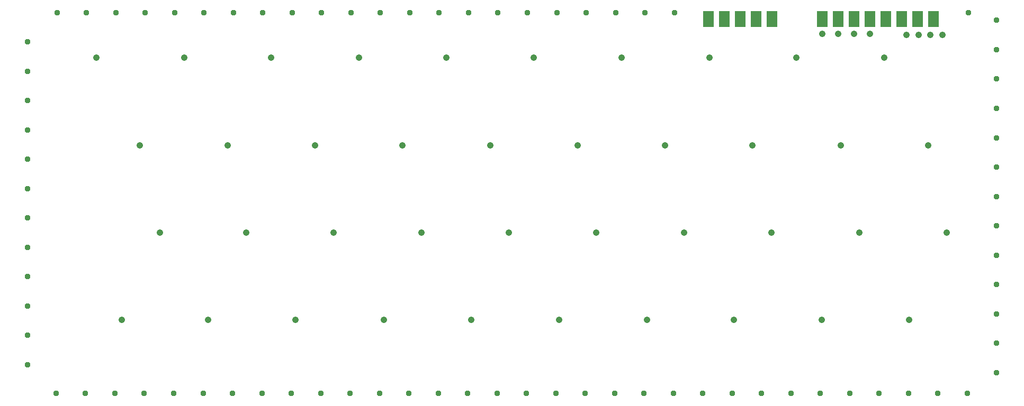
<source format=gbr>
G04 GENERATED BY PULSONIX 12.5 GERBER.DLL 9449*
G04 #@! TF.GenerationSoftware,Pulsonix,Pulsonix,12.5.9449*
G04 #@! TF.CreationDate,2024-10-04T20:04:24--1:00*
G04 #@! TF.Part,Single*
%FSLAX35Y35*%
%LPD*%
%MOMM*%
G04 #@! TF.FileFunction,Soldermask,Bot*
G04 #@! TF.FilePolarity,Negative*
G04 #@! TA.AperFunction,ViaPad*
%ADD102C,1.05400*%
%ADD103C,0.95400*%
G04 #@! TA.AperFunction,SMDPad,CuDef*
%ADD104R,1.75400X2.65400*%
G04 #@! TD.AperFunction*
X0Y0D02*
D02*
D102*
X2025000Y6025000D03*
X2438625Y1825000D03*
X2725000Y4625000D03*
X3041875Y3225000D03*
X3431250Y6025000D03*
X3819750Y1825000D03*
X4125000Y4625000D03*
X4423000Y3225000D03*
X4825000Y6025000D03*
X5216750Y1825000D03*
X5525000Y4625000D03*
X5825000Y3225000D03*
X6225000Y6025000D03*
X6625000Y1825000D03*
X6925000Y4625000D03*
X7225000Y3225000D03*
X7625000Y6025000D03*
X8026625Y1825000D03*
X8325000Y4625000D03*
X8625000Y3225000D03*
X9025000Y6025000D03*
X9425000Y1825000D03*
X9725000Y4625000D03*
X10025000Y3225000D03*
X10425000Y6025000D03*
X10836500Y1825000D03*
X11125000Y4625000D03*
X11423875Y3225000D03*
X11836625Y6025000D03*
X12225000Y1825000D03*
X12519250Y4625000D03*
X12820875Y3225000D03*
X13225000Y6025000D03*
X13625000Y1825000D03*
X13636000Y6406000D03*
X13890000Y6406250D03*
X13932125Y4625000D03*
X14144000Y6406250D03*
X14233750Y3225000D03*
X14398000Y6406250D03*
X14630625Y6025000D03*
X14985500Y6390375D03*
X15027500Y1825000D03*
X15176000Y6392000D03*
X15329125Y4625000D03*
X15366500Y6392000D03*
X15558000D03*
X15625000Y3225000D03*
D02*
D103*
X925800Y1109228D03*
Y1579228D03*
Y2049228D03*
Y2519228D03*
Y2989228D03*
Y3459228D03*
Y3929228D03*
Y4399228D03*
Y4869228D03*
Y5339228D03*
Y5809228D03*
Y6279228D03*
X1385212Y650800D03*
X1400907Y6749200D03*
X1855212Y650800D03*
X1870907Y6749200D03*
X2325212Y650800D03*
X2340907Y6749200D03*
X2795212Y650800D03*
X2810907Y6749200D03*
X3265212Y650800D03*
X3280907Y6749200D03*
X3735212Y650800D03*
X3750907Y6749200D03*
X4205212Y650800D03*
X4220907Y6749200D03*
X4675212Y650800D03*
X4690907Y6749200D03*
X5145212Y650800D03*
X5160907Y6749200D03*
X5615212Y650800D03*
X5630907Y6749200D03*
X6085212Y650800D03*
X6100907Y6749200D03*
X6555212Y650800D03*
X6570907Y6749200D03*
X7025212Y650800D03*
X7040907Y6749200D03*
X7495212Y650800D03*
X7510907Y6749200D03*
X7965212Y650800D03*
X7980907Y6749200D03*
X8435212Y650800D03*
X8450907Y6749200D03*
X8905212Y650800D03*
X8920907Y6749200D03*
X9375212Y650800D03*
X9390907Y6749200D03*
X9845212Y650800D03*
X9860907Y6749200D03*
X10315212Y650800D03*
X10330907Y6749200D03*
X10785212Y650800D03*
X10800907Y6749200D03*
X11255212Y650800D03*
X11270907Y6749200D03*
X11725212Y650800D03*
X12195212D03*
X12665212D03*
X13135212D03*
X13605212D03*
X14075212D03*
X14545212D03*
X15015212D03*
X15485212D03*
X15955212D03*
X15970907Y6749200D03*
X16424200Y985000D03*
Y1455000D03*
Y1925000D03*
Y2395000D03*
Y2865000D03*
Y3335000D03*
Y3805000D03*
Y4275000D03*
Y4745000D03*
Y5215000D03*
Y5685000D03*
Y6155000D03*
Y6625000D03*
D02*
D104*
X11817000Y6650000D03*
X12071000D03*
X12325000D03*
X12579000D03*
X12833000D03*
X13636000D03*
X13890000D03*
X14144000D03*
X14398000D03*
X14652000D03*
X14906000D03*
X15160000D03*
X15414000D03*
X0Y0D02*
M02*

</source>
